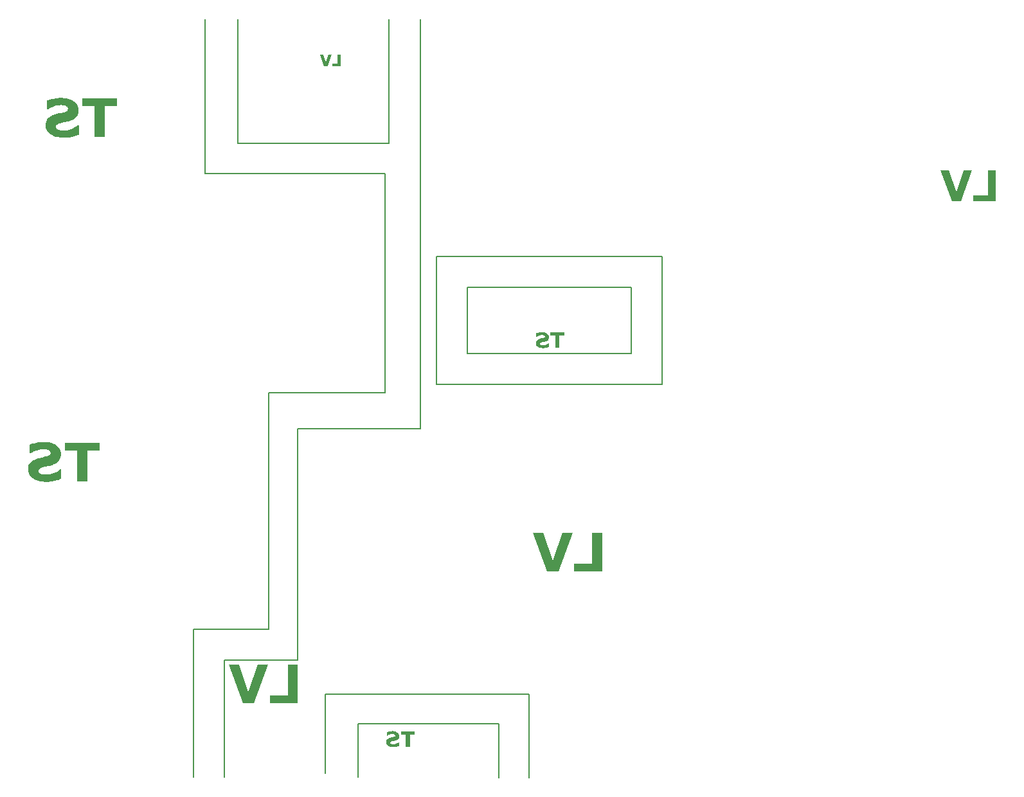
<source format=gbr>
%TF.GenerationSoftware,KiCad,Pcbnew,8.0.2*%
%TF.CreationDate,2025-02-22T19:17:46+01:00*%
%TF.ProjectId,Master_FT25,4d617374-6572-45f4-9654-32352e6b6963,rev?*%
%TF.SameCoordinates,Original*%
%TF.FileFunction,Legend,Bot*%
%TF.FilePolarity,Positive*%
%FSLAX46Y46*%
G04 Gerber Fmt 4.6, Leading zero omitted, Abs format (unit mm)*
G04 Created by KiCad (PCBNEW 8.0.2) date 2025-02-22 19:17:46*
%MOMM*%
%LPD*%
G01*
G04 APERTURE LIST*
%ADD10C,0.150000*%
%ADD11C,1.000000*%
%ADD12C,0.375000*%
%ADD13C,0.500000*%
G04 APERTURE END LIST*
D10*
X85575000Y-59091250D02*
X85575000Y-38791250D01*
X109325000Y-87941250D02*
X93950000Y-87950000D01*
X88150000Y-138600000D02*
X88150000Y-123150000D01*
X113925000Y-92691250D02*
X113925000Y-38791250D01*
X84100000Y-119100000D02*
X84100000Y-138600000D01*
X97750000Y-123150000D02*
X97750000Y-92700000D01*
X105700000Y-131550000D02*
X105725000Y-138600000D01*
X89925000Y-55091250D02*
X89925000Y-38791250D01*
X101400000Y-138100000D02*
X101400000Y-127650000D01*
X93950000Y-87950000D02*
X93950000Y-119100000D01*
X124250000Y-131550000D02*
X105700000Y-131550000D01*
X109775000Y-55100000D02*
X89925000Y-55100000D01*
X97750000Y-92700000D02*
X113925000Y-92691250D01*
X109325000Y-87941250D02*
X109325000Y-59091250D01*
X124250000Y-138650000D02*
X124250000Y-131550000D01*
X109325000Y-59091250D02*
X85575000Y-59091250D01*
X128250000Y-127650000D02*
X128250000Y-138650000D01*
X120125000Y-74100000D02*
X141675000Y-74100000D01*
X141675000Y-82800000D01*
X120125000Y-82800000D01*
X120125000Y-74100000D01*
X116050000Y-70050000D02*
X145800000Y-70050000D01*
X145800000Y-86850000D01*
X116050000Y-86850000D01*
X116050000Y-70050000D01*
X93950000Y-119100000D02*
X84100000Y-119100000D01*
X109775000Y-38782500D02*
X109775000Y-55100000D01*
X101400000Y-127650000D02*
X128250000Y-127650000D01*
X88150000Y-123150000D02*
X97750000Y-123150000D01*
D11*
G36*
X69445952Y-50235799D02*
G01*
X71043300Y-50235799D01*
X71043300Y-54300000D01*
X72362212Y-54300000D01*
X72362212Y-50235799D01*
X73959560Y-50235799D01*
X73959560Y-49219748D01*
X69445952Y-49219748D01*
X69445952Y-50235799D01*
G37*
G36*
X64585519Y-52697766D02*
G01*
X64608059Y-52968160D01*
X64675679Y-53218805D01*
X64788379Y-53449700D01*
X64946159Y-53660846D01*
X65149019Y-53852243D01*
X65226657Y-53911653D01*
X65437841Y-54046047D01*
X65671446Y-54157661D01*
X65927472Y-54246497D01*
X66205918Y-54312555D01*
X66506785Y-54355834D01*
X66763622Y-54374057D01*
X66965666Y-54378157D01*
X67235720Y-54372781D01*
X67490230Y-54356652D01*
X67762065Y-54325053D01*
X68013597Y-54279411D01*
X68073307Y-54265806D01*
X68334320Y-54197187D01*
X68585673Y-54119102D01*
X68827366Y-54031551D01*
X68957466Y-53978820D01*
X68957466Y-52736845D01*
X68813363Y-52736845D01*
X68602780Y-52896748D01*
X68380137Y-53036959D01*
X68145435Y-53157477D01*
X67898674Y-53258304D01*
X67647714Y-53337912D01*
X67401639Y-53394774D01*
X67130644Y-53431558D01*
X66924145Y-53440265D01*
X66679682Y-53427366D01*
X66609071Y-53420725D01*
X66364289Y-53377002D01*
X66289113Y-53352337D01*
X66071828Y-53229623D01*
X66039986Y-53202128D01*
X65943815Y-52975459D01*
X65942288Y-52932240D01*
X66029497Y-52701056D01*
X66085170Y-52646475D01*
X66300320Y-52522711D01*
X66501605Y-52460851D01*
X66742005Y-52406898D01*
X66992886Y-52356170D01*
X67112212Y-52333845D01*
X67366519Y-52279985D01*
X67607524Y-52215644D01*
X67714270Y-52182414D01*
X67979549Y-52084574D01*
X68210117Y-51972709D01*
X68431118Y-51827689D01*
X68625552Y-51642647D01*
X68643614Y-51620655D01*
X68780572Y-51407824D01*
X68872706Y-51167752D01*
X68920019Y-50900438D01*
X68926936Y-50740160D01*
X68904439Y-50484607D01*
X68836948Y-50247343D01*
X68724462Y-50028369D01*
X68566983Y-49827684D01*
X68364510Y-49645289D01*
X68287020Y-49588555D01*
X68077750Y-49459791D01*
X67850650Y-49352851D01*
X67605722Y-49267736D01*
X67342964Y-49204445D01*
X67062377Y-49162979D01*
X66763960Y-49143337D01*
X66639602Y-49141591D01*
X66387650Y-49147544D01*
X66137377Y-49165404D01*
X65888784Y-49195171D01*
X65641870Y-49236845D01*
X65374878Y-49294290D01*
X65128945Y-49359463D01*
X64880385Y-49440941D01*
X64788241Y-49476203D01*
X64788241Y-50626587D01*
X64928681Y-50626587D01*
X65135381Y-50488318D01*
X65369272Y-50365075D01*
X65603022Y-50267005D01*
X65685833Y-50237020D01*
X65939483Y-50160867D01*
X66196225Y-50109637D01*
X66456057Y-50083329D01*
X66601744Y-50079483D01*
X66848353Y-50091848D01*
X66930251Y-50101465D01*
X67177326Y-50158918D01*
X67244103Y-50183286D01*
X67456490Y-50316163D01*
X67474912Y-50334717D01*
X67570167Y-50566748D01*
X67490676Y-50806702D01*
X67416294Y-50874494D01*
X67192506Y-50976160D01*
X66934506Y-51046399D01*
X66831332Y-51068667D01*
X66589770Y-51118422D01*
X66340292Y-51170693D01*
X66291556Y-51181018D01*
X66039108Y-51240517D01*
X65787996Y-51312511D01*
X65732240Y-51330006D01*
X65489976Y-51419899D01*
X65249168Y-51538662D01*
X65024241Y-51692707D01*
X64865177Y-51847801D01*
X64717702Y-52071436D01*
X64631674Y-52305337D01*
X64589889Y-52570150D01*
X64585519Y-52697766D01*
G37*
G36*
X186776866Y-62770000D02*
G01*
X189728297Y-62770000D01*
X189728297Y-58705799D01*
X188673168Y-58705799D01*
X188673168Y-61957159D01*
X186776866Y-61957159D01*
X186776866Y-62770000D01*
G37*
G36*
X182450837Y-58705799D02*
G01*
X183942672Y-62770000D01*
X185123831Y-62770000D01*
X186615666Y-58705799D01*
X185508757Y-58705799D01*
X184519085Y-61560509D01*
X183530390Y-58705799D01*
X182450837Y-58705799D01*
G37*
D12*
G36*
X102347575Y-44945000D02*
G01*
X103454361Y-44945000D01*
X103454361Y-43420924D01*
X103058688Y-43420924D01*
X103058688Y-44640184D01*
X102347575Y-44640184D01*
X102347575Y-44945000D01*
G37*
G36*
X100725314Y-43420924D02*
G01*
X101284752Y-44945000D01*
X101727686Y-44945000D01*
X102287124Y-43420924D01*
X101872034Y-43420924D01*
X101500907Y-44491441D01*
X101130146Y-43420924D01*
X100725314Y-43420924D01*
G37*
D11*
G36*
X94108583Y-128900000D02*
G01*
X97797871Y-128900000D01*
X97797871Y-123819748D01*
X96478960Y-123819748D01*
X96478960Y-127883949D01*
X94108583Y-127883949D01*
X94108583Y-128900000D01*
G37*
G36*
X88701046Y-123819748D02*
G01*
X90565840Y-128900000D01*
X92042288Y-128900000D01*
X93907083Y-123819748D01*
X92523447Y-123819748D01*
X91286357Y-127388136D01*
X90050488Y-123819748D01*
X88701046Y-123819748D01*
G37*
D13*
G36*
X131088381Y-80434319D02*
G01*
X131727320Y-80434319D01*
X131727320Y-82060000D01*
X132254884Y-82060000D01*
X132254884Y-80434319D01*
X132893824Y-80434319D01*
X132893824Y-80027899D01*
X131088381Y-80027899D01*
X131088381Y-80434319D01*
G37*
G36*
X129144207Y-81419106D02*
G01*
X129153223Y-81527264D01*
X129180271Y-81627522D01*
X129225351Y-81719880D01*
X129288463Y-81804338D01*
X129369607Y-81880897D01*
X129400662Y-81904661D01*
X129485136Y-81958418D01*
X129578578Y-82003064D01*
X129680988Y-82038599D01*
X129792367Y-82065022D01*
X129912714Y-82082333D01*
X130015448Y-82089623D01*
X130096266Y-82091263D01*
X130204288Y-82089112D01*
X130306092Y-82082661D01*
X130414826Y-82070021D01*
X130515438Y-82051764D01*
X130539323Y-82046322D01*
X130643728Y-82018875D01*
X130744269Y-81987641D01*
X130840946Y-81952620D01*
X130892986Y-81931528D01*
X130892986Y-81434738D01*
X130835345Y-81434738D01*
X130751112Y-81498699D01*
X130662055Y-81554783D01*
X130568174Y-81602991D01*
X130469469Y-81643321D01*
X130369085Y-81675164D01*
X130270655Y-81697909D01*
X130162257Y-81712623D01*
X130079658Y-81716106D01*
X129981873Y-81710946D01*
X129953628Y-81708290D01*
X129855715Y-81690801D01*
X129825645Y-81680935D01*
X129738731Y-81631849D01*
X129725994Y-81620851D01*
X129687526Y-81530183D01*
X129686915Y-81512896D01*
X129721798Y-81420422D01*
X129744068Y-81398590D01*
X129830128Y-81349084D01*
X129910642Y-81324340D01*
X130006802Y-81302759D01*
X130107154Y-81282468D01*
X130154884Y-81273538D01*
X130256607Y-81251994D01*
X130353009Y-81226257D01*
X130395708Y-81212965D01*
X130501819Y-81173829D01*
X130594046Y-81129083D01*
X130682447Y-81071075D01*
X130760221Y-80997058D01*
X130767445Y-80988262D01*
X130822228Y-80903129D01*
X130859082Y-80807100D01*
X130878007Y-80700175D01*
X130880774Y-80636064D01*
X130871775Y-80533842D01*
X130844779Y-80438937D01*
X130799785Y-80351347D01*
X130736793Y-80271073D01*
X130655804Y-80198115D01*
X130624808Y-80175422D01*
X130541100Y-80123916D01*
X130450260Y-80081140D01*
X130352288Y-80047094D01*
X130247185Y-80021778D01*
X130134950Y-80005191D01*
X130015584Y-79997334D01*
X129965840Y-79996636D01*
X129865060Y-79999017D01*
X129764951Y-80006161D01*
X129665513Y-80018068D01*
X129566748Y-80034738D01*
X129459951Y-80057716D01*
X129361578Y-80083785D01*
X129262154Y-80116376D01*
X129225296Y-80130481D01*
X129225296Y-80590635D01*
X129281472Y-80590635D01*
X129364152Y-80535327D01*
X129457708Y-80486030D01*
X129551209Y-80446802D01*
X129584333Y-80434808D01*
X129685793Y-80404346D01*
X129788490Y-80383854D01*
X129892423Y-80373331D01*
X129950697Y-80371793D01*
X130049341Y-80376739D01*
X130082100Y-80380586D01*
X130180930Y-80403567D01*
X130207641Y-80413314D01*
X130292596Y-80466465D01*
X130299965Y-80473886D01*
X130338066Y-80566699D01*
X130306270Y-80662680D01*
X130276517Y-80689797D01*
X130187002Y-80730464D01*
X130083802Y-80758559D01*
X130042533Y-80767466D01*
X129945908Y-80787368D01*
X129846117Y-80808277D01*
X129826622Y-80812407D01*
X129725643Y-80836206D01*
X129625198Y-80865004D01*
X129602896Y-80872002D01*
X129505990Y-80907959D01*
X129409667Y-80955465D01*
X129319696Y-81017083D01*
X129256071Y-81079120D01*
X129197080Y-81168574D01*
X129162669Y-81262134D01*
X129145955Y-81368060D01*
X129144207Y-81419106D01*
G37*
G36*
X111388381Y-132984319D02*
G01*
X112027320Y-132984319D01*
X112027320Y-134610000D01*
X112554884Y-134610000D01*
X112554884Y-132984319D01*
X113193824Y-132984319D01*
X113193824Y-132577899D01*
X111388381Y-132577899D01*
X111388381Y-132984319D01*
G37*
G36*
X109444207Y-133969106D02*
G01*
X109453223Y-134077264D01*
X109480271Y-134177522D01*
X109525351Y-134269880D01*
X109588463Y-134354338D01*
X109669607Y-134430897D01*
X109700662Y-134454661D01*
X109785136Y-134508418D01*
X109878578Y-134553064D01*
X109980988Y-134588599D01*
X110092367Y-134615022D01*
X110212714Y-134632333D01*
X110315448Y-134639623D01*
X110396266Y-134641263D01*
X110504288Y-134639112D01*
X110606092Y-134632661D01*
X110714826Y-134620021D01*
X110815438Y-134601764D01*
X110839323Y-134596322D01*
X110943728Y-134568875D01*
X111044269Y-134537641D01*
X111140946Y-134502620D01*
X111192986Y-134481528D01*
X111192986Y-133984738D01*
X111135345Y-133984738D01*
X111051112Y-134048699D01*
X110962055Y-134104783D01*
X110868174Y-134152991D01*
X110769469Y-134193321D01*
X110669085Y-134225164D01*
X110570655Y-134247909D01*
X110462257Y-134262623D01*
X110379658Y-134266106D01*
X110281873Y-134260946D01*
X110253628Y-134258290D01*
X110155715Y-134240801D01*
X110125645Y-134230935D01*
X110038731Y-134181849D01*
X110025994Y-134170851D01*
X109987526Y-134080183D01*
X109986915Y-134062896D01*
X110021798Y-133970422D01*
X110044068Y-133948590D01*
X110130128Y-133899084D01*
X110210642Y-133874340D01*
X110306802Y-133852759D01*
X110407154Y-133832468D01*
X110454884Y-133823538D01*
X110556607Y-133801994D01*
X110653009Y-133776257D01*
X110695708Y-133762965D01*
X110801819Y-133723829D01*
X110894046Y-133679083D01*
X110982447Y-133621075D01*
X111060221Y-133547058D01*
X111067445Y-133538262D01*
X111122228Y-133453129D01*
X111159082Y-133357100D01*
X111178007Y-133250175D01*
X111180774Y-133186064D01*
X111171775Y-133083842D01*
X111144779Y-132988937D01*
X111099785Y-132901347D01*
X111036793Y-132821073D01*
X110955804Y-132748115D01*
X110924808Y-132725422D01*
X110841100Y-132673916D01*
X110750260Y-132631140D01*
X110652288Y-132597094D01*
X110547185Y-132571778D01*
X110434950Y-132555191D01*
X110315584Y-132547334D01*
X110265840Y-132546636D01*
X110165060Y-132549017D01*
X110064951Y-132556161D01*
X109965513Y-132568068D01*
X109866748Y-132584738D01*
X109759951Y-132607716D01*
X109661578Y-132633785D01*
X109562154Y-132666376D01*
X109525296Y-132680481D01*
X109525296Y-133140635D01*
X109581472Y-133140635D01*
X109664152Y-133085327D01*
X109757708Y-133036030D01*
X109851209Y-132996802D01*
X109884333Y-132984808D01*
X109985793Y-132954346D01*
X110088490Y-132933854D01*
X110192423Y-132923331D01*
X110250697Y-132921793D01*
X110349341Y-132926739D01*
X110382100Y-132930586D01*
X110480930Y-132953567D01*
X110507641Y-132963314D01*
X110592596Y-133016465D01*
X110599965Y-133023886D01*
X110638066Y-133116699D01*
X110606270Y-133212680D01*
X110576517Y-133239797D01*
X110487002Y-133280464D01*
X110383802Y-133308559D01*
X110342533Y-133317466D01*
X110245908Y-133337368D01*
X110146117Y-133358277D01*
X110126622Y-133362407D01*
X110025643Y-133386206D01*
X109925198Y-133415004D01*
X109902896Y-133422002D01*
X109805990Y-133457959D01*
X109709667Y-133505465D01*
X109619696Y-133567083D01*
X109556071Y-133629120D01*
X109497080Y-133718574D01*
X109462669Y-133812134D01*
X109445955Y-133918060D01*
X109444207Y-133969106D01*
G37*
D11*
G36*
X134208583Y-111550000D02*
G01*
X137897871Y-111550000D01*
X137897871Y-106469748D01*
X136578960Y-106469748D01*
X136578960Y-110533949D01*
X134208583Y-110533949D01*
X134208583Y-111550000D01*
G37*
G36*
X128801046Y-106469748D02*
G01*
X130665840Y-111550000D01*
X132142288Y-111550000D01*
X134007083Y-106469748D01*
X132623447Y-106469748D01*
X131386357Y-110038136D01*
X130150488Y-106469748D01*
X128801046Y-106469748D01*
G37*
G36*
X67145952Y-95560799D02*
G01*
X68743300Y-95560799D01*
X68743300Y-99625000D01*
X70062212Y-99625000D01*
X70062212Y-95560799D01*
X71659560Y-95560799D01*
X71659560Y-94544748D01*
X67145952Y-94544748D01*
X67145952Y-95560799D01*
G37*
G36*
X62285519Y-98022766D02*
G01*
X62308059Y-98293160D01*
X62375679Y-98543805D01*
X62488379Y-98774700D01*
X62646159Y-98985846D01*
X62849019Y-99177243D01*
X62926657Y-99236653D01*
X63137841Y-99371047D01*
X63371446Y-99482661D01*
X63627472Y-99571497D01*
X63905918Y-99637555D01*
X64206785Y-99680834D01*
X64463622Y-99699057D01*
X64665666Y-99703157D01*
X64935720Y-99697781D01*
X65190230Y-99681652D01*
X65462065Y-99650053D01*
X65713597Y-99604411D01*
X65773307Y-99590806D01*
X66034320Y-99522187D01*
X66285673Y-99444102D01*
X66527366Y-99356551D01*
X66657466Y-99303820D01*
X66657466Y-98061845D01*
X66513363Y-98061845D01*
X66302780Y-98221748D01*
X66080137Y-98361959D01*
X65845435Y-98482477D01*
X65598674Y-98583304D01*
X65347714Y-98662912D01*
X65101639Y-98719774D01*
X64830644Y-98756558D01*
X64624145Y-98765265D01*
X64379682Y-98752366D01*
X64309071Y-98745725D01*
X64064289Y-98702002D01*
X63989113Y-98677337D01*
X63771828Y-98554623D01*
X63739986Y-98527128D01*
X63643815Y-98300459D01*
X63642288Y-98257240D01*
X63729497Y-98026056D01*
X63785170Y-97971475D01*
X64000320Y-97847711D01*
X64201605Y-97785851D01*
X64442005Y-97731898D01*
X64692886Y-97681170D01*
X64812212Y-97658845D01*
X65066519Y-97604985D01*
X65307524Y-97540644D01*
X65414270Y-97507414D01*
X65679549Y-97409574D01*
X65910117Y-97297709D01*
X66131118Y-97152689D01*
X66325552Y-96967647D01*
X66343614Y-96945655D01*
X66480572Y-96732824D01*
X66572706Y-96492752D01*
X66620019Y-96225438D01*
X66626936Y-96065160D01*
X66604439Y-95809607D01*
X66536948Y-95572343D01*
X66424462Y-95353369D01*
X66266983Y-95152684D01*
X66064510Y-94970289D01*
X65987020Y-94913555D01*
X65777750Y-94784791D01*
X65550650Y-94677851D01*
X65305722Y-94592736D01*
X65042964Y-94529445D01*
X64762377Y-94487979D01*
X64463960Y-94468337D01*
X64339602Y-94466591D01*
X64087650Y-94472544D01*
X63837377Y-94490404D01*
X63588784Y-94520171D01*
X63341870Y-94561845D01*
X63074878Y-94619290D01*
X62828945Y-94684463D01*
X62580385Y-94765941D01*
X62488241Y-94801203D01*
X62488241Y-95951587D01*
X62628681Y-95951587D01*
X62835381Y-95813318D01*
X63069272Y-95690075D01*
X63303022Y-95592005D01*
X63385833Y-95562020D01*
X63639483Y-95485867D01*
X63896225Y-95434637D01*
X64156057Y-95408329D01*
X64301744Y-95404483D01*
X64548353Y-95416848D01*
X64630251Y-95426465D01*
X64877326Y-95483918D01*
X64944103Y-95508286D01*
X65156490Y-95641163D01*
X65174912Y-95659717D01*
X65270167Y-95891748D01*
X65190676Y-96131702D01*
X65116294Y-96199494D01*
X64892506Y-96301160D01*
X64634506Y-96371399D01*
X64531332Y-96393667D01*
X64289770Y-96443422D01*
X64040292Y-96495693D01*
X63991556Y-96506018D01*
X63739108Y-96565517D01*
X63487996Y-96637511D01*
X63432240Y-96655006D01*
X63189976Y-96744899D01*
X62949168Y-96863662D01*
X62724241Y-97017707D01*
X62565177Y-97172801D01*
X62417702Y-97396436D01*
X62331674Y-97630337D01*
X62289889Y-97895150D01*
X62285519Y-98022766D01*
G37*
M02*

</source>
